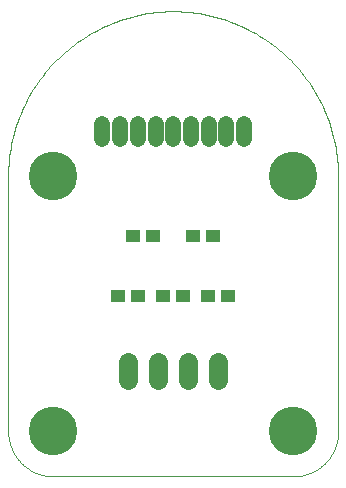
<source format=gts>
G75*
%MOIN*%
%OFA0B0*%
%FSLAX25Y25*%
%IPPOS*%
%LPD*%
%AMOC8*
5,1,8,0,0,1.08239X$1,22.5*
%
%ADD10R,0.04731X0.04337*%
%ADD11C,0.06337*%
%ADD12C,0.00000*%
%ADD13C,0.16211*%
%ADD14C,0.05400*%
D10*
X0043054Y0079006D03*
X0049746Y0079006D03*
X0058054Y0079006D03*
X0064746Y0079006D03*
X0073054Y0079006D03*
X0079746Y0079006D03*
X0074746Y0099006D03*
X0068054Y0099006D03*
X0054746Y0099006D03*
X0048054Y0099006D03*
D11*
X0046400Y0056974D02*
X0046400Y0051037D01*
X0056400Y0051037D02*
X0056400Y0056974D01*
X0066400Y0056974D02*
X0066400Y0051037D01*
X0076400Y0051037D02*
X0076400Y0056974D01*
D12*
X0006400Y0034006D02*
X0006400Y0119006D01*
X0006400Y0034006D02*
X0006404Y0033644D01*
X0006418Y0033281D01*
X0006439Y0032919D01*
X0006470Y0032558D01*
X0006509Y0032198D01*
X0006557Y0031839D01*
X0006614Y0031481D01*
X0006679Y0031124D01*
X0006753Y0030769D01*
X0006836Y0030416D01*
X0006927Y0030065D01*
X0007026Y0029717D01*
X0007134Y0029371D01*
X0007250Y0029027D01*
X0007375Y0028687D01*
X0007507Y0028350D01*
X0007648Y0028016D01*
X0007797Y0027685D01*
X0007954Y0027358D01*
X0008118Y0027035D01*
X0008290Y0026716D01*
X0008470Y0026402D01*
X0008658Y0026091D01*
X0008853Y0025786D01*
X0009055Y0025485D01*
X0009265Y0025189D01*
X0009481Y0024899D01*
X0009705Y0024613D01*
X0009935Y0024333D01*
X0010172Y0024059D01*
X0010416Y0023791D01*
X0010666Y0023528D01*
X0010922Y0023272D01*
X0011185Y0023022D01*
X0011453Y0022778D01*
X0011727Y0022541D01*
X0012007Y0022311D01*
X0012293Y0022087D01*
X0012583Y0021871D01*
X0012879Y0021661D01*
X0013180Y0021459D01*
X0013485Y0021264D01*
X0013796Y0021076D01*
X0014110Y0020896D01*
X0014429Y0020724D01*
X0014752Y0020560D01*
X0015079Y0020403D01*
X0015410Y0020254D01*
X0015744Y0020113D01*
X0016081Y0019981D01*
X0016421Y0019856D01*
X0016765Y0019740D01*
X0017111Y0019632D01*
X0017459Y0019533D01*
X0017810Y0019442D01*
X0018163Y0019359D01*
X0018518Y0019285D01*
X0018875Y0019220D01*
X0019233Y0019163D01*
X0019592Y0019115D01*
X0019952Y0019076D01*
X0020313Y0019045D01*
X0020675Y0019024D01*
X0021038Y0019010D01*
X0021400Y0019006D01*
X0101400Y0019006D01*
X0101762Y0019010D01*
X0102125Y0019024D01*
X0102487Y0019045D01*
X0102848Y0019076D01*
X0103208Y0019115D01*
X0103567Y0019163D01*
X0103925Y0019220D01*
X0104282Y0019285D01*
X0104637Y0019359D01*
X0104990Y0019442D01*
X0105341Y0019533D01*
X0105689Y0019632D01*
X0106035Y0019740D01*
X0106379Y0019856D01*
X0106719Y0019981D01*
X0107056Y0020113D01*
X0107390Y0020254D01*
X0107721Y0020403D01*
X0108048Y0020560D01*
X0108371Y0020724D01*
X0108690Y0020896D01*
X0109004Y0021076D01*
X0109315Y0021264D01*
X0109620Y0021459D01*
X0109921Y0021661D01*
X0110217Y0021871D01*
X0110507Y0022087D01*
X0110793Y0022311D01*
X0111073Y0022541D01*
X0111347Y0022778D01*
X0111615Y0023022D01*
X0111878Y0023272D01*
X0112134Y0023528D01*
X0112384Y0023791D01*
X0112628Y0024059D01*
X0112865Y0024333D01*
X0113095Y0024613D01*
X0113319Y0024899D01*
X0113535Y0025189D01*
X0113745Y0025485D01*
X0113947Y0025786D01*
X0114142Y0026091D01*
X0114330Y0026402D01*
X0114510Y0026716D01*
X0114682Y0027035D01*
X0114846Y0027358D01*
X0115003Y0027685D01*
X0115152Y0028016D01*
X0115293Y0028350D01*
X0115425Y0028687D01*
X0115550Y0029027D01*
X0115666Y0029371D01*
X0115774Y0029717D01*
X0115873Y0030065D01*
X0115964Y0030416D01*
X0116047Y0030769D01*
X0116121Y0031124D01*
X0116186Y0031481D01*
X0116243Y0031839D01*
X0116291Y0032198D01*
X0116330Y0032558D01*
X0116361Y0032919D01*
X0116382Y0033281D01*
X0116396Y0033644D01*
X0116400Y0034006D01*
X0116400Y0119006D01*
X0116384Y0120345D01*
X0116335Y0121684D01*
X0116253Y0123021D01*
X0116139Y0124355D01*
X0115993Y0125687D01*
X0115814Y0127014D01*
X0115603Y0128337D01*
X0115359Y0129654D01*
X0115084Y0130965D01*
X0114777Y0132268D01*
X0114438Y0133564D01*
X0114068Y0134851D01*
X0113667Y0136129D01*
X0113234Y0137397D01*
X0112771Y0138654D01*
X0112277Y0139899D01*
X0111753Y0141132D01*
X0111200Y0142351D01*
X0110616Y0143557D01*
X0110004Y0144748D01*
X0109363Y0145924D01*
X0108693Y0147084D01*
X0107995Y0148227D01*
X0107270Y0149353D01*
X0106517Y0150461D01*
X0105738Y0151551D01*
X0104932Y0152621D01*
X0104101Y0153671D01*
X0103244Y0154700D01*
X0102362Y0155709D01*
X0101457Y0156695D01*
X0100527Y0157659D01*
X0099574Y0158601D01*
X0098599Y0159519D01*
X0097601Y0160412D01*
X0096582Y0161282D01*
X0095542Y0162126D01*
X0094482Y0162944D01*
X0093402Y0163737D01*
X0092304Y0164503D01*
X0091186Y0165242D01*
X0090052Y0165954D01*
X0088900Y0166637D01*
X0087732Y0167293D01*
X0086548Y0167920D01*
X0085350Y0168518D01*
X0084137Y0169086D01*
X0082911Y0169625D01*
X0081672Y0170134D01*
X0080421Y0170612D01*
X0079158Y0171060D01*
X0077886Y0171477D01*
X0076603Y0171863D01*
X0075311Y0172218D01*
X0074011Y0172541D01*
X0072704Y0172832D01*
X0071390Y0173091D01*
X0070070Y0173318D01*
X0068745Y0173513D01*
X0067415Y0173676D01*
X0066082Y0173806D01*
X0064747Y0173904D01*
X0063409Y0173969D01*
X0062070Y0174002D01*
X0060730Y0174002D01*
X0059391Y0173969D01*
X0058053Y0173904D01*
X0056718Y0173806D01*
X0055385Y0173676D01*
X0054055Y0173513D01*
X0052730Y0173318D01*
X0051410Y0173091D01*
X0050096Y0172832D01*
X0048789Y0172541D01*
X0047489Y0172218D01*
X0046197Y0171863D01*
X0044914Y0171477D01*
X0043642Y0171060D01*
X0042379Y0170612D01*
X0041128Y0170134D01*
X0039889Y0169625D01*
X0038663Y0169086D01*
X0037450Y0168518D01*
X0036252Y0167920D01*
X0035068Y0167293D01*
X0033900Y0166637D01*
X0032748Y0165954D01*
X0031614Y0165242D01*
X0030496Y0164503D01*
X0029398Y0163737D01*
X0028318Y0162944D01*
X0027258Y0162126D01*
X0026218Y0161282D01*
X0025199Y0160412D01*
X0024201Y0159519D01*
X0023226Y0158601D01*
X0022273Y0157659D01*
X0021343Y0156695D01*
X0020438Y0155709D01*
X0019556Y0154700D01*
X0018699Y0153671D01*
X0017868Y0152621D01*
X0017062Y0151551D01*
X0016283Y0150461D01*
X0015530Y0149353D01*
X0014805Y0148227D01*
X0014107Y0147084D01*
X0013437Y0145924D01*
X0012796Y0144748D01*
X0012184Y0143557D01*
X0011600Y0142351D01*
X0011047Y0141132D01*
X0010523Y0139899D01*
X0010029Y0138654D01*
X0009566Y0137397D01*
X0009133Y0136129D01*
X0008732Y0134851D01*
X0008362Y0133564D01*
X0008023Y0132268D01*
X0007716Y0130965D01*
X0007441Y0129654D01*
X0007197Y0128337D01*
X0006986Y0127014D01*
X0006807Y0125687D01*
X0006661Y0124355D01*
X0006547Y0123021D01*
X0006465Y0121684D01*
X0006416Y0120345D01*
X0006400Y0119006D01*
D13*
X0021400Y0119006D03*
X0021400Y0034006D03*
X0101400Y0034006D03*
X0101400Y0119006D03*
D14*
X0085022Y0131506D02*
X0085022Y0136506D01*
X0079117Y0136506D02*
X0079117Y0131506D01*
X0073211Y0131506D02*
X0073211Y0136506D01*
X0067306Y0136506D02*
X0067306Y0131506D01*
X0061400Y0131506D02*
X0061400Y0136506D01*
X0055494Y0136506D02*
X0055494Y0131506D01*
X0049589Y0131506D02*
X0049589Y0136506D01*
X0043683Y0136506D02*
X0043683Y0131506D01*
X0037778Y0131506D02*
X0037778Y0136506D01*
M02*

</source>
